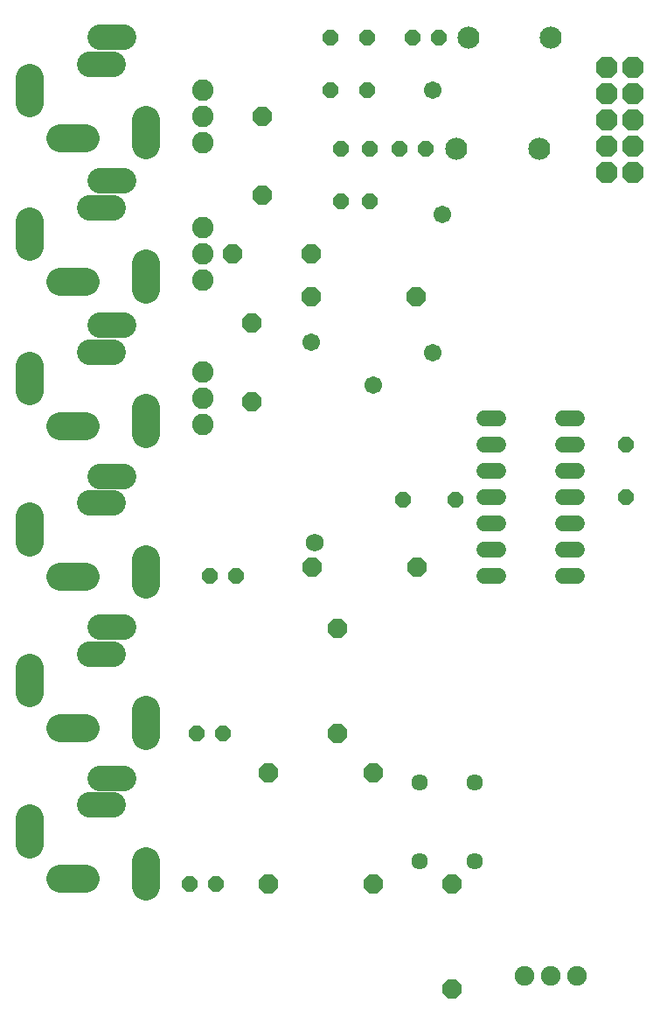
<source format=gbr>
G04 EAGLE Gerber RS-274X export*
G75*
%MOMM*%
%FSLAX34Y34*%
%LPD*%
%INSoldermask Top*%
%IPPOS*%
%AMOC8*
5,1,8,0,0,1.08239X$1,22.5*%
G01*
G04 Define Apertures*
%ADD10P,1.64956X8X292.5*%
%ADD11P,1.64956X8X112.5*%
%ADD12P,1.64956X8X202.5*%
%ADD13C,1.611200*%
%ADD14C,2.133600*%
%ADD15C,1.524000*%
%ADD16C,2.679700*%
%ADD17C,2.489200*%
%ADD18P,2.2544X8X292.5*%
%ADD19P,2.03446X8X292.5*%
%ADD20P,2.03446X8X22.5*%
%ADD21P,1.64956X8X22.5*%
%ADD22P,2.03446X8X112.5*%
%ADD23C,1.903200*%
%ADD24P,2.03446X8X202.5*%
%ADD25C,2.082800*%
%ADD26C,1.703200*%
%ADD27C,1.727200*%
D10*
X444500Y1022350D03*
X444500Y971550D03*
D11*
X447675Y863600D03*
X447675Y914400D03*
D10*
X409575Y1022350D03*
X409575Y971550D03*
D11*
X419100Y863600D03*
X419100Y914400D03*
D12*
X530225Y574675D03*
X479425Y574675D03*
D10*
X695325Y628650D03*
X695325Y577850D03*
D13*
X495300Y301625D03*
X495300Y225425D03*
X549275Y225425D03*
X549275Y301625D03*
D14*
X622862Y1022350D03*
X542862Y1022350D03*
X531500Y914400D03*
X611500Y914400D03*
D15*
X571754Y654050D02*
X558546Y654050D01*
X558546Y628650D02*
X571754Y628650D01*
X571754Y501650D02*
X558546Y501650D01*
X634746Y501650D02*
X647954Y501650D01*
X571754Y603250D02*
X558546Y603250D01*
X558546Y577850D02*
X571754Y577850D01*
X571754Y527050D02*
X558546Y527050D01*
X558546Y552450D02*
X571754Y552450D01*
X634746Y527050D02*
X647954Y527050D01*
X647954Y552450D02*
X634746Y552450D01*
X634746Y577850D02*
X647954Y577850D01*
X647954Y603250D02*
X634746Y603250D01*
X634746Y628650D02*
X647954Y628650D01*
X647954Y654050D02*
X634746Y654050D01*
D16*
X117793Y958479D02*
X117793Y983244D01*
D17*
X175360Y996861D02*
X198220Y996861D01*
D16*
X230788Y942242D02*
X230788Y917477D01*
X172173Y924862D02*
X147408Y924862D01*
D17*
X185360Y1022860D02*
X208220Y1022860D01*
D18*
X676582Y993468D03*
X701982Y993468D03*
X676582Y968068D03*
X701982Y968068D03*
X676582Y942668D03*
X701982Y942668D03*
X676582Y917268D03*
X701982Y917268D03*
X676582Y891868D03*
X701982Y891868D03*
D16*
X117793Y844233D02*
X117793Y819468D01*
D17*
X175360Y857850D02*
X198220Y857850D01*
D16*
X230788Y803231D02*
X230788Y778466D01*
X172173Y785851D02*
X147408Y785851D01*
D17*
X185360Y883849D02*
X208220Y883849D01*
D16*
X117793Y704533D02*
X117793Y679768D01*
D17*
X175360Y718150D02*
X198220Y718150D01*
D16*
X230788Y663531D02*
X230788Y638766D01*
X172173Y646151D02*
X147408Y646151D01*
D17*
X185360Y744149D02*
X208220Y744149D01*
D16*
X117793Y558483D02*
X117793Y533718D01*
D17*
X175360Y572100D02*
X198220Y572100D01*
D16*
X230788Y517481D02*
X230788Y492716D01*
X172173Y500101D02*
X147408Y500101D01*
D17*
X185360Y598099D02*
X208220Y598099D01*
D16*
X117793Y412433D02*
X117793Y387668D01*
D17*
X175360Y426050D02*
X198220Y426050D01*
D16*
X230788Y371431D02*
X230788Y346666D01*
X172173Y354051D02*
X147408Y354051D01*
D17*
X185360Y452049D02*
X208220Y452049D01*
D16*
X117793Y266383D02*
X117793Y241618D01*
D17*
X175360Y280000D02*
X198220Y280000D01*
D16*
X230788Y225381D02*
X230788Y200616D01*
X172173Y208001D02*
X147408Y208001D01*
D17*
X185360Y305999D02*
X208220Y305999D01*
D19*
X342900Y946150D03*
X342900Y869950D03*
D20*
X349250Y203200D03*
X450850Y203200D03*
D19*
X527050Y203200D03*
X527050Y101600D03*
D21*
X273050Y203200D03*
X298450Y203200D03*
D20*
X314325Y812800D03*
X390525Y812800D03*
D22*
X333375Y669925D03*
X333375Y746125D03*
D12*
X514350Y1022350D03*
X488950Y1022350D03*
X501650Y914400D03*
X476250Y914400D03*
D23*
X647700Y114300D03*
X622300Y114300D03*
X596900Y114300D03*
D24*
X492125Y771525D03*
X390525Y771525D03*
X492748Y509651D03*
X391148Y509651D03*
D22*
X415925Y349250D03*
X415925Y450850D03*
D24*
X450850Y311150D03*
X349250Y311150D03*
D21*
X292100Y501650D03*
X317500Y501650D03*
X279400Y349250D03*
X304800Y349250D03*
D25*
X285750Y698500D03*
X285750Y673100D03*
X285750Y647700D03*
X285750Y838200D03*
X285750Y812800D03*
X285750Y787400D03*
X285750Y971550D03*
X285750Y946150D03*
X285750Y920750D03*
D26*
X508000Y717550D03*
X390525Y727075D03*
X450850Y685800D03*
D27*
X393700Y533344D03*
D26*
X508000Y971550D03*
X517525Y850900D03*
M02*

</source>
